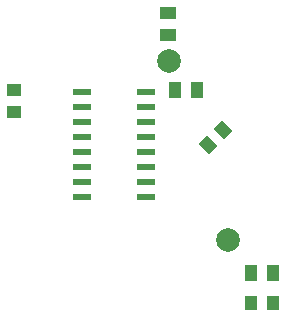
<source format=gtp>
G04*
G04 #@! TF.GenerationSoftware,Altium Limited,Altium Designer,20.0.12 (288)*
G04*
G04 Layer_Color=8421504*
%FSLAX25Y25*%
%MOIN*%
G70*
G01*
G75*
%ADD15R,0.06102X0.02362*%
G04:AMPARAMS|DCode=16|XSize=51.18mil|YSize=41.34mil|CornerRadius=0mil|HoleSize=0mil|Usage=FLASHONLY|Rotation=135.000|XOffset=0mil|YOffset=0mil|HoleType=Round|Shape=Rectangle|*
%AMROTATEDRECTD16*
4,1,4,0.03271,-0.00348,0.00348,-0.03271,-0.03271,0.00348,-0.00348,0.03271,0.03271,-0.00348,0.0*
%
%ADD16ROTATEDRECTD16*%

%ADD17R,0.05118X0.04134*%
%ADD18R,0.04134X0.05118*%
%ADD19R,0.05512X0.04134*%
%ADD20R,0.04134X0.05512*%
%ADD21C,0.07874*%
D15*
X100984Y295020D02*
D03*
Y300020D02*
D03*
Y305020D02*
D03*
Y310020D02*
D03*
Y315020D02*
D03*
Y320020D02*
D03*
Y325020D02*
D03*
Y330020D02*
D03*
X79724Y295020D02*
D03*
Y300020D02*
D03*
Y305020D02*
D03*
Y310020D02*
D03*
Y315020D02*
D03*
Y320020D02*
D03*
Y325020D02*
D03*
Y330020D02*
D03*
D16*
X126591Y317536D02*
D03*
X121441Y312386D02*
D03*
D17*
X57087Y330807D02*
D03*
Y323524D02*
D03*
D18*
X143110Y259842D02*
D03*
X135827D02*
D03*
D19*
X108366Y356299D02*
D03*
Y349016D02*
D03*
D20*
X110531Y330709D02*
D03*
X117815D02*
D03*
X135827Y269685D02*
D03*
X143110D02*
D03*
D21*
X128347Y280709D02*
D03*
X108563Y340551D02*
D03*
M02*

</source>
